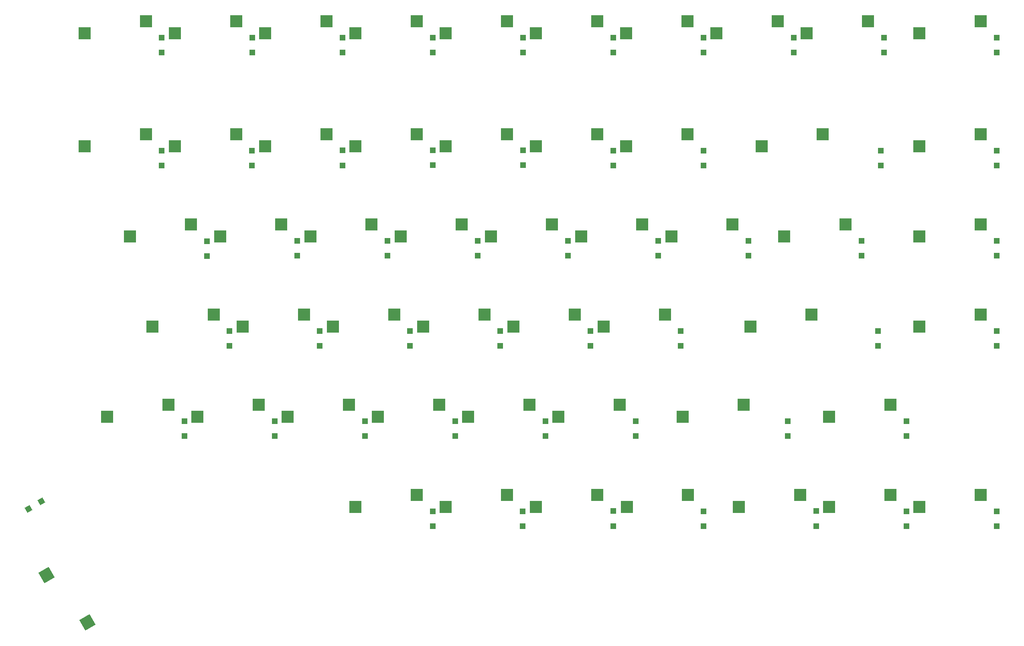
<source format=gbr>
G04 #@! TF.GenerationSoftware,KiCad,Pcbnew,7.0.9*
G04 #@! TF.CreationDate,2023-12-20T04:01:07-06:00*
G04 #@! TF.ProjectId,keyboard,6b657962-6f61-4726-942e-6b696361645f,rev?*
G04 #@! TF.SameCoordinates,Original*
G04 #@! TF.FileFunction,Paste,Bot*
G04 #@! TF.FilePolarity,Positive*
%FSLAX46Y46*%
G04 Gerber Fmt 4.6, Leading zero omitted, Abs format (unit mm)*
G04 Created by KiCad (PCBNEW 7.0.9) date 2023-12-20 04:01:07*
%MOMM*%
%LPD*%
G01*
G04 APERTURE LIST*
G04 Aperture macros list*
%AMRotRect*
0 Rectangle, with rotation*
0 The origin of the aperture is its center*
0 $1 length*
0 $2 width*
0 $3 Rotation angle, in degrees counterclockwise*
0 Add horizontal line*
21,1,$1,$2,0,0,$3*%
G04 Aperture macros list end*
%ADD10R,2.550000X2.500000*%
%ADD11RotRect,2.550000X2.500000X120.000000*%
%ADD12R,1.200000X1.200000*%
%ADD13RotRect,1.200000X1.200000X30.000000*%
G04 APERTURE END LIST*
D10*
X381208000Y-114284132D03*
X394135000Y-111744132D03*
X390733000Y-133334132D03*
X403660000Y-130794132D03*
X376445500Y-95234132D03*
X389372500Y-92694132D03*
X395495500Y-95234132D03*
X408422500Y-92694132D03*
X471695500Y-76184132D03*
X484622500Y-73644132D03*
X405020500Y-152384132D03*
X417947500Y-149844132D03*
X443120500Y-76184132D03*
X456047500Y-73644132D03*
X347870500Y-52371632D03*
X360797500Y-49831632D03*
X419308000Y-114284132D03*
X432235000Y-111744132D03*
X385970500Y-152384132D03*
X398897500Y-149844132D03*
X333583000Y-133334132D03*
X346510000Y-130794132D03*
X371683000Y-133334132D03*
X384610000Y-130794132D03*
X485983000Y-133334132D03*
X498910000Y-130794132D03*
X328820500Y-76184132D03*
X341747500Y-73644132D03*
X352633000Y-133334132D03*
X365560000Y-130794132D03*
X338345500Y-95234132D03*
X351272500Y-92694132D03*
X438358000Y-114284132D03*
X451285000Y-111744132D03*
X455026750Y-133334132D03*
X467953750Y-130794132D03*
X385970500Y-76184132D03*
X398897500Y-73644132D03*
X466933000Y-152384132D03*
X479860000Y-149844132D03*
X405020500Y-52371632D03*
X417947500Y-49831632D03*
X485983000Y-152384132D03*
X498910000Y-149844132D03*
X505033000Y-95234132D03*
X517960000Y-92694132D03*
X505033000Y-114284132D03*
X517960000Y-111744132D03*
X424070500Y-152384132D03*
X436997500Y-149844132D03*
X481220500Y-52371632D03*
X494147500Y-49831632D03*
X469314250Y-114284132D03*
X482241250Y-111744132D03*
X462170500Y-52371632D03*
X475097500Y-49831632D03*
X347870500Y-76184132D03*
X360797500Y-73644132D03*
X385970500Y-52371632D03*
X398897500Y-49831632D03*
X366920500Y-52371632D03*
X379847500Y-49831632D03*
X443247500Y-152384132D03*
X456174500Y-149844132D03*
X400258000Y-114284132D03*
X413185000Y-111744132D03*
X343108000Y-114284132D03*
X356035000Y-111744132D03*
X366920500Y-76184132D03*
X379847500Y-73644132D03*
X505033000Y-152384132D03*
X517960000Y-149844132D03*
X414545500Y-95234132D03*
X427472500Y-92694132D03*
X362158000Y-114284132D03*
X375085000Y-111744132D03*
X357395500Y-95234132D03*
X370322500Y-92694132D03*
D11*
X329413255Y-176766879D03*
X320750051Y-166841769D03*
D10*
X328820500Y-52371632D03*
X341747500Y-49831632D03*
X424070500Y-76184132D03*
X436997500Y-73644132D03*
X409783000Y-133334132D03*
X422710000Y-130794132D03*
X505033000Y-76184132D03*
X517960000Y-73644132D03*
X424070500Y-52371632D03*
X436997500Y-49831632D03*
X405020500Y-76184132D03*
X417947500Y-73644132D03*
X433595500Y-95234132D03*
X446522500Y-92694132D03*
X505033000Y-52371632D03*
X517960000Y-49831632D03*
X452645500Y-95234132D03*
X465572500Y-92694132D03*
X443120500Y-52371632D03*
X456047500Y-49831632D03*
X428833000Y-133334132D03*
X441760000Y-130794132D03*
X476458000Y-95234132D03*
X489385000Y-92694132D03*
D12*
X459420500Y-56407200D03*
X459420500Y-53257200D03*
X383220500Y-80257200D03*
X383220500Y-77107200D03*
X378440500Y-118397200D03*
X378440500Y-115247200D03*
X345100499Y-56452201D03*
X345100499Y-53302201D03*
X521300500Y-118417200D03*
X521300500Y-115267200D03*
X349900500Y-137462200D03*
X349900500Y-134312200D03*
X387980500Y-137417200D03*
X387980500Y-134267200D03*
X364170501Y-56452199D03*
X364170501Y-53302199D03*
X521320500Y-99352200D03*
X521320500Y-96202200D03*
X373660500Y-99377200D03*
X373660500Y-96227200D03*
X521370500Y-80297200D03*
X521370500Y-77147200D03*
X492770500Y-99342200D03*
X492770500Y-96192200D03*
X502260500Y-156462200D03*
X502260500Y-153312200D03*
X407015500Y-137449700D03*
X407015500Y-134299700D03*
X421320499Y-56427201D03*
X421320499Y-53277201D03*
X477260500Y-137417200D03*
X477260500Y-134267200D03*
X468930500Y-99337200D03*
X468930500Y-96187200D03*
X392720500Y-99357200D03*
X392720500Y-96207200D03*
X496883000Y-80262200D03*
X496883000Y-77112200D03*
X383230500Y-56447200D03*
X383230500Y-53297200D03*
X435610500Y-118367200D03*
X435610500Y-115217200D03*
D13*
X316936510Y-152849700D03*
X319664490Y-151274700D03*
D12*
X521350500Y-156477200D03*
X521350500Y-153327200D03*
X449860500Y-99352200D03*
X449860500Y-96202200D03*
X397490500Y-118397200D03*
X397490500Y-115247200D03*
X345088000Y-80274700D03*
X345088000Y-77124700D03*
X354590500Y-99409700D03*
X354590500Y-96259700D03*
X426070500Y-137437200D03*
X426070500Y-134287200D03*
X421330500Y-80217200D03*
X421330500Y-77067200D03*
X440355500Y-80287200D03*
X440355500Y-77137200D03*
X459470500Y-80267200D03*
X459470500Y-77117200D03*
X359370500Y-118412200D03*
X359370500Y-115262200D03*
X496250500Y-118382200D03*
X496250500Y-115232200D03*
X416540500Y-118377200D03*
X416540500Y-115227200D03*
X402260500Y-80237200D03*
X402260500Y-77087200D03*
X368910500Y-137437200D03*
X368910500Y-134287200D03*
X497530500Y-56407200D03*
X497530500Y-53257200D03*
X364140500Y-80277200D03*
X364140500Y-77127200D03*
X483220500Y-156457200D03*
X483220500Y-153307200D03*
X521370500Y-56407200D03*
X521370500Y-53257200D03*
X454640500Y-118367200D03*
X454640500Y-115217200D03*
X430830500Y-99337200D03*
X430830500Y-96187200D03*
X440380500Y-156452200D03*
X440380500Y-153302200D03*
X459430500Y-156492200D03*
X459430500Y-153342200D03*
X478470500Y-56407200D03*
X478470500Y-53257200D03*
X411800500Y-99357200D03*
X411800500Y-96207200D03*
X402270500Y-156477200D03*
X402270500Y-153327200D03*
X421300500Y-156487200D03*
X421300500Y-153337200D03*
X502270500Y-137447200D03*
X502270500Y-134297200D03*
X445130500Y-137417200D03*
X445130500Y-134267200D03*
X402280500Y-56427200D03*
X402280500Y-53277200D03*
X440390500Y-56407200D03*
X440390500Y-53257200D03*
M02*

</source>
